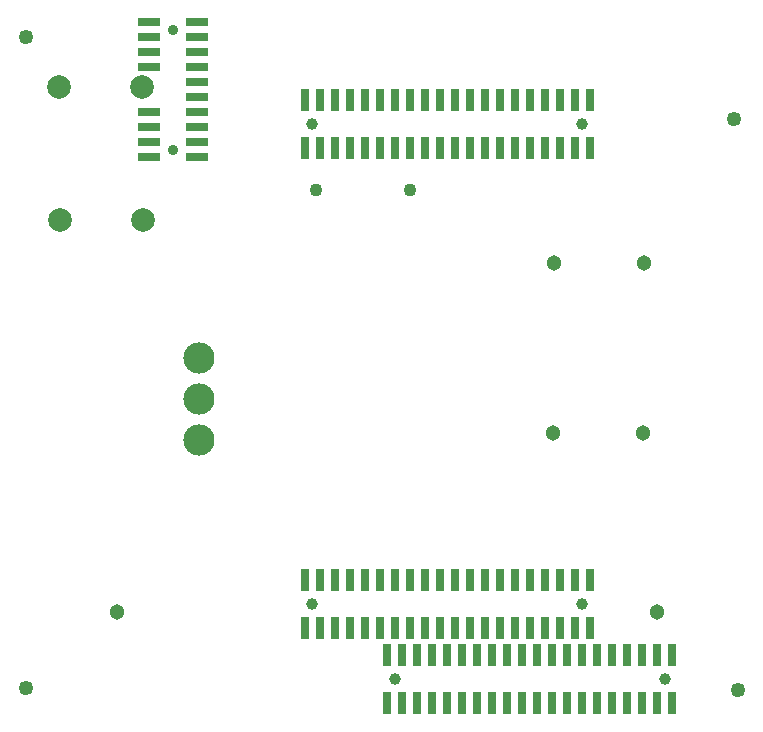
<source format=gbr>
%TF.GenerationSoftware,KiCad,Pcbnew,5.1.5+dfsg1-2build2*%
%TF.CreationDate,2020-06-30T13:18:29+03:00*%
%TF.ProjectId,Lime2-SHIELD_RevB,4c696d65-322d-4534-9849-454c445f5265,D*%
%TF.SameCoordinates,Original*%
%TF.FileFunction,Soldermask,Bot*%
%TF.FilePolarity,Negative*%
%FSLAX46Y46*%
G04 Gerber Fmt 4.6, Leading zero omitted, Abs format (unit mm)*
G04 Created by KiCad (PCBNEW 5.1.5+dfsg1-2build2) date 2020-06-30 13:18:29*
%MOMM*%
%LPD*%
G04 APERTURE LIST*
%ADD10C,0.900000*%
%ADD11R,1.901600X0.801600*%
%ADD12C,1.254000*%
%ADD13C,1.001600*%
%ADD14R,0.801600X1.901600*%
%ADD15C,1.301600*%
%ADD16C,1.101600*%
%ADD17C,2.641600*%
%ADD18C,2.001600*%
G04 APERTURE END LIST*
D10*
%TO.C,GPIO4*%
X116460000Y-53600000D03*
D11*
X114428000Y-42805000D03*
X118492000Y-42805000D03*
X114428000Y-44075000D03*
X118492000Y-44075000D03*
X114428000Y-45345000D03*
X118492000Y-45345000D03*
X114428000Y-46615000D03*
X118492000Y-46615000D03*
X118492000Y-47885000D03*
X118492000Y-49155000D03*
X114428000Y-50425000D03*
X118492000Y-50425000D03*
X114428000Y-51695000D03*
X118492000Y-51695000D03*
X114428000Y-52965000D03*
X118492000Y-52965000D03*
X114428000Y-54235000D03*
X118492000Y-54235000D03*
D10*
X116460000Y-43440000D03*
%TD*%
D12*
%TO.C,Ref\002A*%
X104000000Y-99140000D03*
%TD*%
%TO.C,Ref\002A*%
X164300000Y-99330000D03*
%TD*%
%TO.C,Ref\002A*%
X164000000Y-51000000D03*
%TD*%
%TO.C,Ref\002A*%
X104000000Y-44000000D03*
%TD*%
D13*
%TO.C,GPIO1*%
X128270000Y-51435000D03*
D14*
X139065000Y-53467000D03*
X139065000Y-49403000D03*
X137795000Y-53467000D03*
X137795000Y-49403000D03*
X136525000Y-53467000D03*
X136525000Y-49403000D03*
X135255000Y-53467000D03*
X135255000Y-49403000D03*
X133985000Y-53467000D03*
X133985000Y-49403000D03*
X132715000Y-53467000D03*
X132715000Y-49403000D03*
X131445000Y-53467000D03*
X131445000Y-49403000D03*
X130175000Y-53467000D03*
X130175000Y-49403000D03*
X128905000Y-53467000D03*
X128905000Y-49403000D03*
X127635000Y-53467000D03*
X127635000Y-49403000D03*
X140335000Y-49403000D03*
X140335000Y-53467000D03*
X141605000Y-49403000D03*
X141605000Y-53467000D03*
X142875000Y-49403000D03*
X142875000Y-53467000D03*
X144145000Y-49403000D03*
X144145000Y-53467000D03*
X145415000Y-49403000D03*
X145415000Y-53467000D03*
X146685000Y-49403000D03*
X146685000Y-53467000D03*
X147955000Y-49403000D03*
X147955000Y-53467000D03*
X149225000Y-49403000D03*
X149225000Y-53467000D03*
X150495000Y-49403000D03*
X150495000Y-53467000D03*
X151765000Y-49403000D03*
X151765000Y-53467000D03*
D13*
X151130000Y-51435000D03*
%TD*%
D15*
%TO.C,UEXT2*%
X156273500Y-77597000D03*
X148653500Y-77597000D03*
%TD*%
%TO.C,UEXT1*%
X156400500Y-63182500D03*
X148780500Y-63182500D03*
%TD*%
D16*
%TO.C,MICRO_SD1*%
X128562000Y-56997800D03*
X136563000Y-56997800D03*
%TD*%
D15*
%TO.C,GPIO5*%
X157420000Y-92720000D03*
X111700000Y-92720000D03*
%TD*%
D13*
%TO.C,GPIO3*%
X135255000Y-98425000D03*
D14*
X146050000Y-100457000D03*
X146050000Y-96393000D03*
X144780000Y-100457000D03*
X144780000Y-96393000D03*
X143510000Y-100457000D03*
X143510000Y-96393000D03*
X142240000Y-100457000D03*
X142240000Y-96393000D03*
X140970000Y-100457000D03*
X140970000Y-96393000D03*
X139700000Y-100457000D03*
X139700000Y-96393000D03*
X138430000Y-100457000D03*
X138430000Y-96393000D03*
X137160000Y-100457000D03*
X137160000Y-96393000D03*
X135890000Y-100457000D03*
X135890000Y-96393000D03*
X134620000Y-100457000D03*
X134620000Y-96393000D03*
X147320000Y-96393000D03*
X147320000Y-100457000D03*
X148590000Y-96393000D03*
X148590000Y-100457000D03*
X149860000Y-96393000D03*
X149860000Y-100457000D03*
X151130000Y-96393000D03*
X151130000Y-100457000D03*
X152400000Y-96393000D03*
X152400000Y-100457000D03*
X153670000Y-96393000D03*
X153670000Y-100457000D03*
X154940000Y-96393000D03*
X154940000Y-100457000D03*
X156210000Y-96393000D03*
X156210000Y-100457000D03*
X157480000Y-96393000D03*
X157480000Y-100457000D03*
X158750000Y-96393000D03*
X158750000Y-100457000D03*
D13*
X158115000Y-98425000D03*
%TD*%
%TO.C,GPIO2*%
X128270000Y-92075000D03*
D14*
X139065000Y-94107000D03*
X139065000Y-90043000D03*
X137795000Y-94107000D03*
X137795000Y-90043000D03*
X136525000Y-94107000D03*
X136525000Y-90043000D03*
X135255000Y-94107000D03*
X135255000Y-90043000D03*
X133985000Y-94107000D03*
X133985000Y-90043000D03*
X132715000Y-94107000D03*
X132715000Y-90043000D03*
X131445000Y-94107000D03*
X131445000Y-90043000D03*
X130175000Y-94107000D03*
X130175000Y-90043000D03*
X128905000Y-94107000D03*
X128905000Y-90043000D03*
X127635000Y-94107000D03*
X127635000Y-90043000D03*
X140335000Y-90043000D03*
X140335000Y-94107000D03*
X141605000Y-90043000D03*
X141605000Y-94107000D03*
X142875000Y-90043000D03*
X142875000Y-94107000D03*
X144145000Y-90043000D03*
X144145000Y-94107000D03*
X145415000Y-90043000D03*
X145415000Y-94107000D03*
X146685000Y-90043000D03*
X146685000Y-94107000D03*
X147955000Y-90043000D03*
X147955000Y-94107000D03*
X149225000Y-90043000D03*
X149225000Y-94107000D03*
X150495000Y-90043000D03*
X150495000Y-94107000D03*
X151765000Y-90043000D03*
X151765000Y-94107000D03*
D13*
X151130000Y-92075000D03*
%TD*%
D17*
%TO.C,CAN1*%
X118670000Y-78200000D03*
X118670000Y-71200000D03*
X118670000Y-74700000D03*
%TD*%
D18*
%TO.C,AUDIO_JACK_5PIN2*%
X113840000Y-48260000D03*
X106840000Y-48260000D03*
%TD*%
%TO.C,AUDIO_JACK_5PIN1*%
X113920000Y-59560000D03*
X106920000Y-59560000D03*
%TD*%
M02*

</source>
